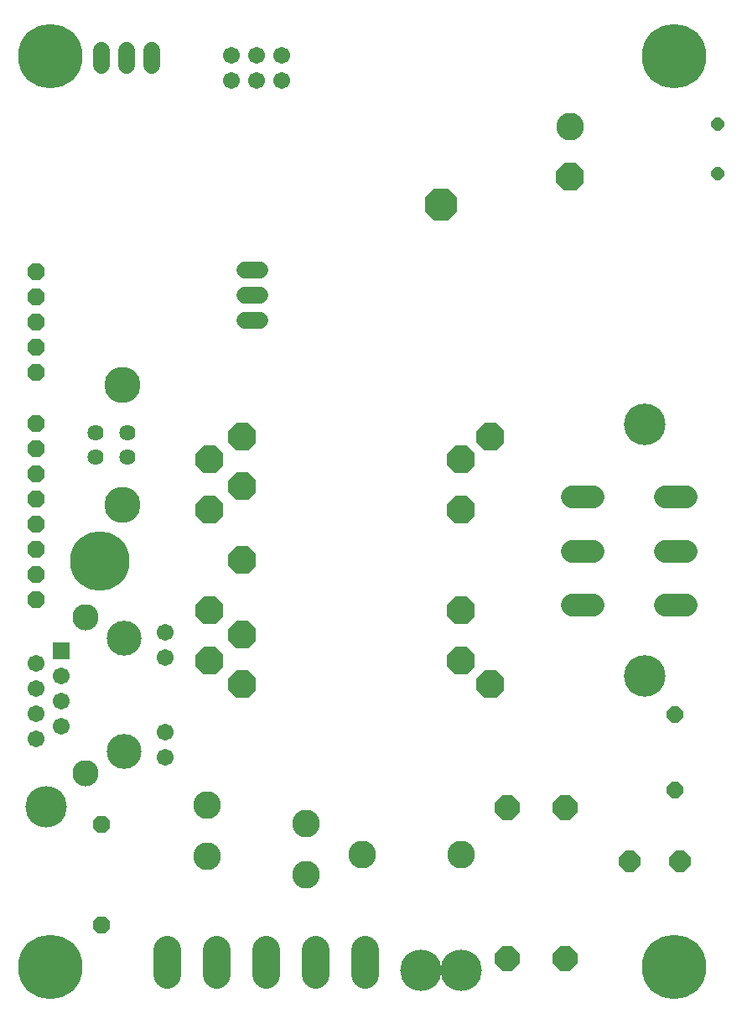
<source format=gbs>
G75*
G70*
%OFA0B0*%
%FSLAX24Y24*%
%IPPOS*%
%LPD*%
%AMOC8*
5,1,8,0,0,1.08239X$1,22.5*
%
%ADD10C,0.1100*%
%ADD11OC8,0.1100*%
%ADD12OC8,0.1299*%
%ADD13C,0.0674*%
%ADD14C,0.1100*%
%ADD15OC8,0.0973*%
%ADD16C,0.0907*%
%ADD17OC8,0.0640*%
%ADD18OC8,0.0840*%
%ADD19C,0.1653*%
%ADD20C,0.0674*%
%ADD21C,0.0640*%
%ADD22C,0.1436*%
%ADD23OC8,0.0674*%
%ADD24R,0.0674X0.0674*%
%ADD25C,0.1039*%
%ADD26C,0.1386*%
%ADD27OC8,0.0680*%
%ADD28C,0.2562*%
%ADD29C,0.1650*%
%ADD30OC8,0.0516*%
%ADD31C,0.2365*%
D10*
X015587Y011426D03*
X015587Y013451D03*
X019524Y012703D03*
X019524Y010678D03*
X021756Y011487D03*
X025693Y011487D03*
X030015Y040403D03*
D11*
X030015Y038403D03*
X026852Y028098D03*
X025681Y027177D03*
X025681Y025177D03*
X025681Y021177D03*
X025681Y019177D03*
X026852Y018256D03*
X017009Y018256D03*
X015681Y019177D03*
X017009Y020224D03*
X015681Y021177D03*
X017009Y023177D03*
X015681Y025177D03*
X017009Y026130D03*
X015681Y027177D03*
X017009Y028098D03*
D12*
X024906Y037302D03*
D13*
X017677Y034702D02*
X017084Y034702D01*
X017084Y033702D02*
X017677Y033702D01*
X017677Y032702D02*
X017084Y032702D01*
X013406Y042855D02*
X013406Y043449D01*
X012406Y043449D02*
X012406Y042855D01*
X011406Y042855D02*
X011406Y043449D01*
D14*
X013985Y007734D02*
X013985Y006734D01*
X015953Y006734D02*
X015953Y007734D01*
X017922Y007734D02*
X017922Y006734D01*
X019890Y006734D02*
X019890Y007734D01*
X021859Y007734D02*
X021859Y006734D01*
D15*
X027535Y007362D03*
X029841Y007362D03*
X029841Y013362D03*
X027535Y013362D03*
D16*
X030093Y021402D02*
X030918Y021402D01*
X030918Y023552D02*
X030093Y023552D01*
X030093Y025702D02*
X030918Y025702D01*
X033793Y025702D02*
X034618Y025702D01*
X034618Y023552D02*
X033793Y023552D01*
X033793Y021402D02*
X034618Y021402D01*
D17*
X034181Y017052D03*
X034181Y014052D03*
D18*
X034381Y011202D03*
X032381Y011202D03*
D19*
X032981Y018577D03*
X032981Y028577D03*
D20*
X018568Y042246D03*
X017568Y042246D03*
X017568Y043246D03*
X018568Y043246D03*
X016568Y043246D03*
X016568Y042246D03*
X013925Y020322D03*
X013925Y019322D03*
X013925Y016342D03*
X013925Y015342D03*
X009807Y016582D03*
X009807Y017582D03*
X009807Y018582D03*
X008807Y019082D03*
X008807Y018082D03*
X008807Y017082D03*
X008807Y016082D03*
D21*
X011170Y027276D03*
X011170Y028260D03*
X012429Y028260D03*
X012429Y027276D03*
D22*
X012233Y025398D03*
X012233Y030138D03*
D23*
X008806Y030652D03*
X008806Y031652D03*
X008806Y032652D03*
X008806Y033652D03*
X008806Y034652D03*
X008806Y028627D03*
X008806Y027627D03*
X008806Y026627D03*
X008806Y025627D03*
X008806Y024627D03*
X008806Y023627D03*
X008806Y022627D03*
X008806Y021627D03*
D24*
X009807Y019582D03*
D25*
X010775Y020932D03*
X010775Y014731D03*
D26*
X012307Y015582D03*
X012307Y020082D03*
D27*
X011406Y012677D03*
X011406Y008677D03*
D28*
X009344Y007002D03*
X034147Y007002D03*
X034147Y043222D03*
X009344Y043222D03*
D29*
X009181Y013377D03*
X024081Y006877D03*
X025681Y006877D03*
D30*
X035881Y038552D03*
X035881Y040527D03*
D31*
X011312Y023144D03*
M02*

</source>
